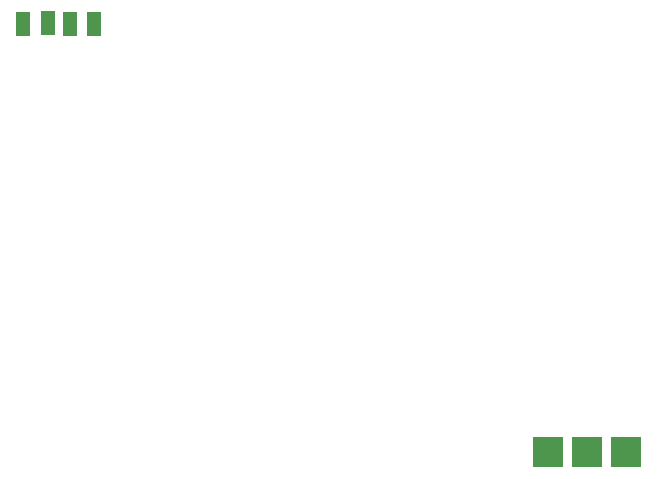
<source format=gbr>
G04 EAGLE Gerber RS-274X export*
G75*
%MOMM*%
%FSLAX34Y34*%
%LPD*%
%INSolderpaste Top*%
%IPPOS*%
%AMOC8*
5,1,8,0,0,1.08239X$1,22.5*%
G01*
%ADD10R,1.250000X2.000000*%
%ADD11R,2.650000X2.650000*%


D10*
X128310Y385200D03*
X149310Y385500D03*
X167910Y385200D03*
X188210Y385200D03*
D11*
X572700Y22700D03*
X605720Y22700D03*
X638740Y22700D03*
M02*

</source>
